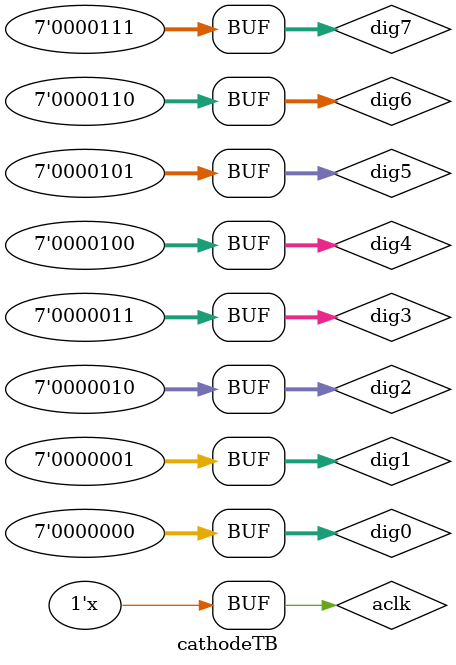
<source format=sv>
`timescale 1ns / 1ps


module cathodeTB;
    reg  aclk;
    reg  [0:2] digit_select;
    reg  [0:6]  dig0, dig1, dig2, dig3, dig4, dig5, dig6, dig7; // Cathode bits for each digit on the display
    reg  [0:6] cathode;

    cathode_MUX UUT (aclk,digit_select,dig0,dig1,dig2,dig3,dig4,dig5,dig6,dig7,cathode);

initial begin
    aclk=0;
    digit_select=0;
    dig0=0;dig1=1;dig2=2;dig3=3;dig4=4;dig5=5;dig6=6;dig7=7;
end

always #50 aclk = ~aclk;

always @(posedge aclk) begin
    digit_select = digit_select + 1;
end

endmodule

</source>
